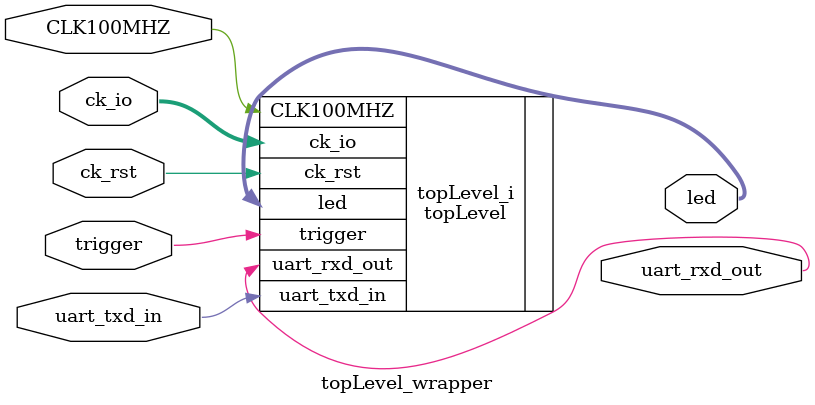
<source format=v>
`timescale 1 ps / 1 ps

module topLevel_wrapper
   (CLK100MHZ,
    ck_io,
    ck_rst,
    led,
    trigger,
    uart_rxd_out,
    uart_txd_in);
  input CLK100MHZ;
  input [3:0]ck_io;
  input ck_rst;
  output [3:0]led;
  input trigger;
  output uart_rxd_out;
  input uart_txd_in;

  wire CLK100MHZ;
  wire [3:0]ck_io;
  wire ck_rst;
  wire [3:0]led;
  wire trigger;
  wire uart_rxd_out;
  wire uart_txd_in;

  topLevel topLevel_i
       (.CLK100MHZ(CLK100MHZ),
        .ck_io(ck_io),
        .ck_rst(ck_rst),
        .led(led),
        .trigger(trigger),
        .uart_rxd_out(uart_rxd_out),
        .uart_txd_in(uart_txd_in));
endmodule

</source>
